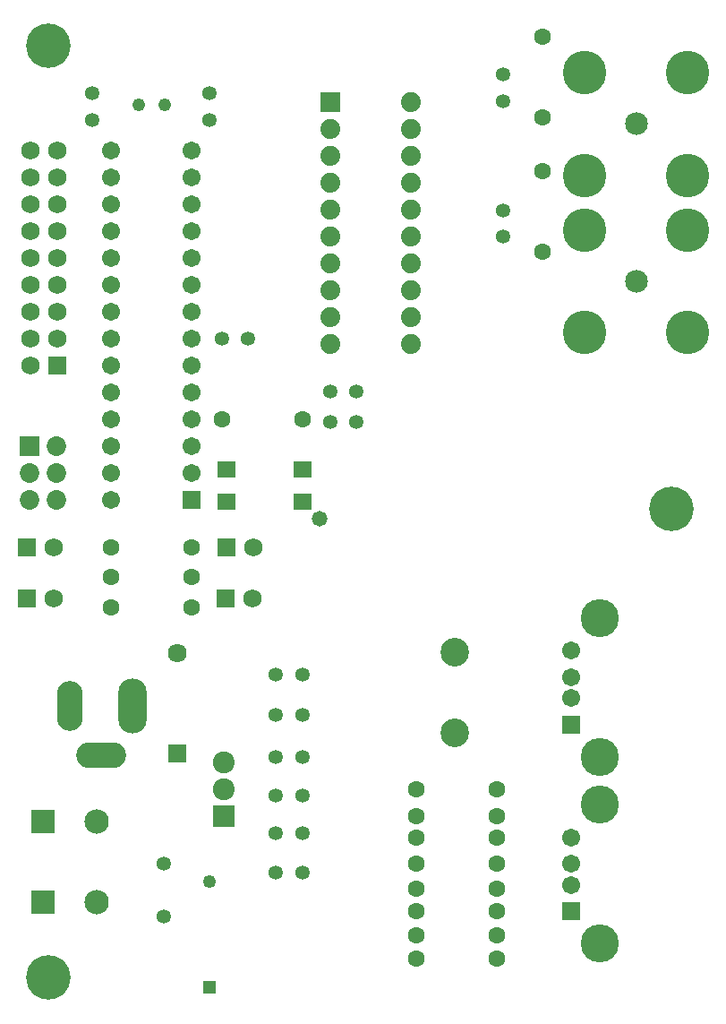
<source format=gts>
G04*
G04 #@! TF.GenerationSoftware,Altium Limited,Altium Designer,22.10.1 (41)*
G04*
G04 Layer_Color=8388736*
%FSLAX25Y25*%
%MOIN*%
G70*
G04*
G04 #@! TF.SameCoordinates,0999A839-FE00-46F6-A3B1-7260279DBB53*
G04*
G04*
G04 #@! TF.FilePolarity,Negative*
G04*
G01*
G75*
%ADD18R,0.07099X0.06312*%
%ADD19C,0.10642*%
%ADD20C,0.05328*%
%ADD21C,0.07400*%
%ADD22R,0.07400X0.07400*%
%ADD23C,0.16548*%
%ADD24C,0.04921*%
%ADD25R,0.04921X0.04921*%
%ADD26C,0.08123*%
%ADD27R,0.08123X0.08123*%
%ADD28C,0.08477*%
%ADD29C,0.16217*%
%ADD30C,0.06312*%
%ADD31C,0.09068*%
%ADD32R,0.09068X0.09068*%
%ADD33C,0.07296*%
%ADD34R,0.07296X0.07296*%
%ADD35C,0.06824*%
%ADD36R,0.06824X0.06824*%
%ADD37R,0.06824X0.06824*%
%ADD38R,0.06737X0.06737*%
%ADD39C,0.06737*%
%ADD40C,0.14170*%
%ADD41C,0.04855*%
%ADD42C,0.06706*%
%ADD43R,0.06706X0.06706*%
%ADD44O,0.18517X0.09658*%
%ADD45O,0.09658X0.18517*%
%ADD46O,0.10642X0.20485*%
%ADD47R,0.07060X0.07060*%
%ADD48C,0.07060*%
%ADD49C,0.05800*%
D18*
X120173Y203406D02*
D03*
Y191594D02*
D03*
X91827D02*
D03*
Y203406D02*
D03*
D19*
X177000Y135461D02*
D03*
Y105539D02*
D03*
D20*
X195000Y290000D02*
D03*
Y299843D02*
D03*
Y350421D02*
D03*
Y340579D02*
D03*
X120173Y53516D02*
D03*
X110331D02*
D03*
X120173Y68016D02*
D03*
X110331D02*
D03*
X120173Y82016D02*
D03*
X110331D02*
D03*
X120173Y96516D02*
D03*
X110331D02*
D03*
X120173Y112016D02*
D03*
X110331D02*
D03*
X120173Y127016D02*
D03*
X110331D02*
D03*
X130579Y221000D02*
D03*
X140421D02*
D03*
X130579Y232500D02*
D03*
X140421D02*
D03*
X100016Y252000D02*
D03*
X90173D02*
D03*
X85500Y333500D02*
D03*
Y343343D02*
D03*
X42000D02*
D03*
Y333500D02*
D03*
X68500Y37098D02*
D03*
Y56783D02*
D03*
D21*
X160500Y340000D02*
D03*
Y330000D02*
D03*
Y320000D02*
D03*
Y310000D02*
D03*
Y300000D02*
D03*
Y290000D02*
D03*
Y280000D02*
D03*
Y270000D02*
D03*
Y260000D02*
D03*
Y250000D02*
D03*
X130500D02*
D03*
Y260000D02*
D03*
Y270000D02*
D03*
Y280000D02*
D03*
Y290000D02*
D03*
Y300000D02*
D03*
Y310000D02*
D03*
Y320000D02*
D03*
Y330000D02*
D03*
D22*
Y340000D02*
D03*
D23*
X25500Y14500D02*
D03*
Y361000D02*
D03*
X257500Y188750D02*
D03*
D24*
X85500Y50185D02*
D03*
D25*
Y10815D02*
D03*
D26*
X91000Y94500D02*
D03*
Y84500D02*
D03*
D27*
Y74500D02*
D03*
D28*
X244500Y332000D02*
D03*
Y273500D02*
D03*
D29*
X263594Y351094D02*
D03*
X225406D02*
D03*
Y312906D02*
D03*
X263594D02*
D03*
Y292594D02*
D03*
X225406D02*
D03*
Y254406D02*
D03*
X263594D02*
D03*
D30*
X192500Y21594D02*
D03*
X162500D02*
D03*
X192500Y30094D02*
D03*
X162500D02*
D03*
X192500Y39094D02*
D03*
X162500D02*
D03*
X192500Y47594D02*
D03*
X162500D02*
D03*
X192500Y56783D02*
D03*
X162500D02*
D03*
X49000Y152000D02*
D03*
X79000D02*
D03*
X49000Y174500D02*
D03*
X79000D02*
D03*
X49000Y163500D02*
D03*
X79000D02*
D03*
X192500Y66626D02*
D03*
X162500D02*
D03*
X192500Y74500D02*
D03*
X162500D02*
D03*
X192500Y84343D02*
D03*
X162500D02*
D03*
X120173Y222000D02*
D03*
X90173D02*
D03*
X209500Y334500D02*
D03*
Y364500D02*
D03*
Y314500D02*
D03*
Y284500D02*
D03*
D31*
X43500Y42500D02*
D03*
Y72500D02*
D03*
D32*
X23500Y42500D02*
D03*
Y72500D02*
D03*
D33*
X28500Y192000D02*
D03*
Y202000D02*
D03*
Y212000D02*
D03*
X18500Y192000D02*
D03*
Y202000D02*
D03*
D34*
Y212000D02*
D03*
D35*
X19000Y322079D02*
D03*
X29000D02*
D03*
X19000Y312079D02*
D03*
X29000D02*
D03*
X19000Y302079D02*
D03*
X29000D02*
D03*
X19000Y292079D02*
D03*
X29000D02*
D03*
X19000Y282079D02*
D03*
X29000D02*
D03*
X19000Y272079D02*
D03*
X29000D02*
D03*
X19000Y262079D02*
D03*
X29000D02*
D03*
X19000Y252079D02*
D03*
X29000D02*
D03*
X19000Y242079D02*
D03*
X102000Y174500D02*
D03*
X101579Y155500D02*
D03*
X27500Y174500D02*
D03*
Y155500D02*
D03*
D36*
X29000Y242079D02*
D03*
D37*
X92000Y174500D02*
D03*
X91579Y155500D02*
D03*
X17500Y174500D02*
D03*
Y155500D02*
D03*
D38*
X220331Y39087D02*
D03*
Y108587D02*
D03*
D39*
Y48929D02*
D03*
Y56803D02*
D03*
Y66646D02*
D03*
Y118429D02*
D03*
Y126303D02*
D03*
Y136146D02*
D03*
D40*
X231000Y27000D02*
D03*
Y78732D02*
D03*
Y96500D02*
D03*
Y148232D02*
D03*
D41*
X69079Y339000D02*
D03*
X59236D02*
D03*
D42*
X49000Y322000D02*
D03*
Y312000D02*
D03*
Y302000D02*
D03*
Y292000D02*
D03*
Y282000D02*
D03*
Y272000D02*
D03*
Y262000D02*
D03*
Y252000D02*
D03*
Y242000D02*
D03*
Y232000D02*
D03*
Y222000D02*
D03*
Y212000D02*
D03*
Y202000D02*
D03*
Y192000D02*
D03*
X79000Y322000D02*
D03*
Y312000D02*
D03*
Y302000D02*
D03*
Y292000D02*
D03*
Y282000D02*
D03*
Y272000D02*
D03*
Y262000D02*
D03*
Y252000D02*
D03*
Y242000D02*
D03*
Y232000D02*
D03*
Y222000D02*
D03*
Y212000D02*
D03*
Y202000D02*
D03*
D43*
Y192000D02*
D03*
D44*
X45311Y96996D02*
D03*
D45*
X33500Y115500D02*
D03*
D46*
X57122D02*
D03*
D47*
X73500Y97740D02*
D03*
D48*
Y135260D02*
D03*
D49*
X126500Y185000D02*
D03*
M02*

</source>
